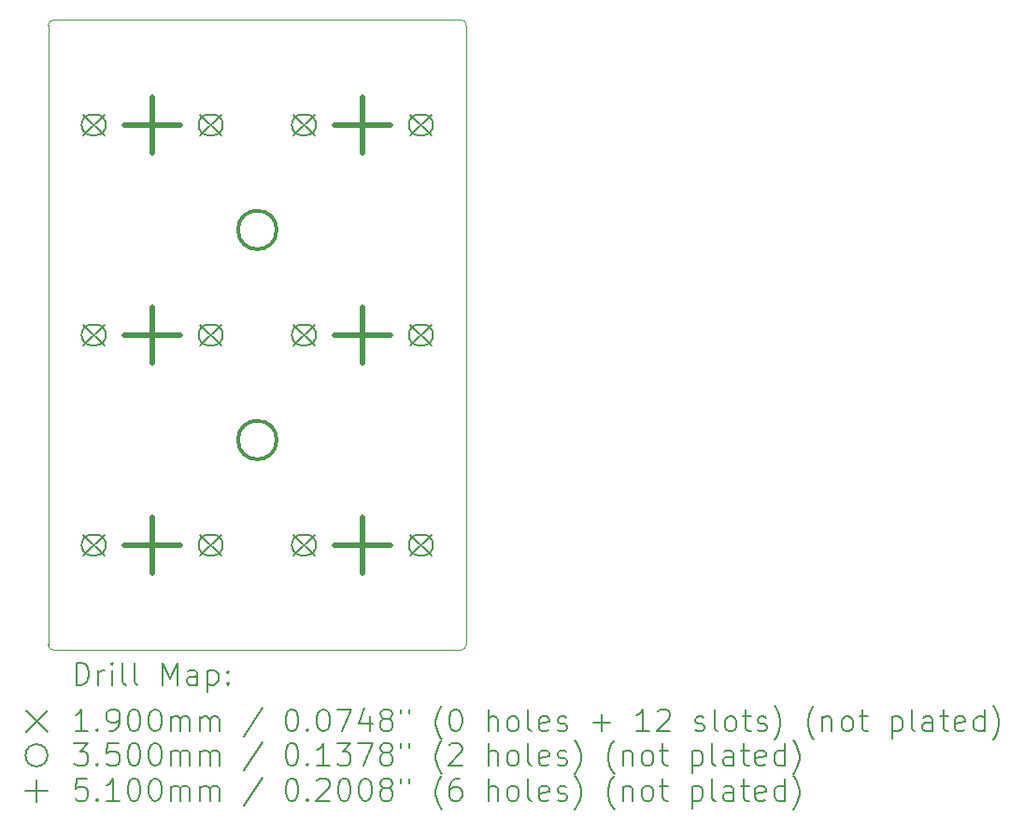
<source format=gbr>
%TF.GenerationSoftware,KiCad,Pcbnew,7.0.5*%
%TF.CreationDate,2023-08-16T13:58:05+08:00*%
%TF.ProjectId,LA,4c412e6b-6963-4616-945f-706362585858,rev?*%
%TF.SameCoordinates,Original*%
%TF.FileFunction,Drillmap*%
%TF.FilePolarity,Positive*%
%FSLAX45Y45*%
G04 Gerber Fmt 4.5, Leading zero omitted, Abs format (unit mm)*
G04 Created by KiCad (PCBNEW 7.0.5) date 2023-08-16 13:58:05*
%MOMM*%
%LPD*%
G01*
G04 APERTURE LIST*
%ADD10C,0.100000*%
%ADD11C,0.200000*%
%ADD12C,0.190000*%
%ADD13C,0.350000*%
%ADD14C,0.510000*%
G04 APERTURE END LIST*
D10*
X15103500Y-10205502D02*
G75*
G03*
X15153495Y-10155003I-510J50502D01*
G01*
X15153500Y-10155500D02*
X15153500Y-4540500D01*
X15103500Y-4490500D02*
X11413500Y-4490500D01*
X15153502Y-4540500D02*
G75*
G03*
X15103002Y-4490505I-50502J-510D01*
G01*
X15103500Y-10205500D02*
X11413500Y-10205500D01*
X11363002Y-10155505D02*
G75*
G03*
X11413500Y-10205500I50498J505D01*
G01*
X11413495Y-4490003D02*
G75*
G03*
X11363500Y-4540500I505J-50498D01*
G01*
X11363500Y-4540500D02*
X11363500Y-10155500D01*
D11*
D12*
X11681000Y-5348000D02*
X11871000Y-5538000D01*
X11871000Y-5348000D02*
X11681000Y-5538000D01*
D11*
X11761000Y-5538000D02*
X11791000Y-5538000D01*
X11791000Y-5538000D02*
G75*
G03*
X11791000Y-5348000I0J95000D01*
G01*
X11791000Y-5348000D02*
X11761000Y-5348000D01*
X11761000Y-5348000D02*
G75*
G03*
X11761000Y-5538000I0J-95000D01*
G01*
D12*
X11681000Y-7253000D02*
X11871000Y-7443000D01*
X11871000Y-7253000D02*
X11681000Y-7443000D01*
D11*
X11761000Y-7443000D02*
X11791000Y-7443000D01*
X11791000Y-7443000D02*
G75*
G03*
X11791000Y-7253000I0J95000D01*
G01*
X11791000Y-7253000D02*
X11761000Y-7253000D01*
X11761000Y-7253000D02*
G75*
G03*
X11761000Y-7443000I0J-95000D01*
G01*
D12*
X11681000Y-9158000D02*
X11871000Y-9348000D01*
X11871000Y-9158000D02*
X11681000Y-9348000D01*
D11*
X11761000Y-9348000D02*
X11791000Y-9348000D01*
X11791000Y-9348000D02*
G75*
G03*
X11791000Y-9158000I0J95000D01*
G01*
X11791000Y-9158000D02*
X11761000Y-9158000D01*
X11761000Y-9158000D02*
G75*
G03*
X11761000Y-9348000I0J-95000D01*
G01*
D12*
X12741000Y-5348000D02*
X12931000Y-5538000D01*
X12931000Y-5348000D02*
X12741000Y-5538000D01*
D11*
X12821000Y-5538000D02*
X12851000Y-5538000D01*
X12851000Y-5538000D02*
G75*
G03*
X12851000Y-5348000I0J95000D01*
G01*
X12851000Y-5348000D02*
X12821000Y-5348000D01*
X12821000Y-5348000D02*
G75*
G03*
X12821000Y-5538000I0J-95000D01*
G01*
D12*
X12741000Y-7253000D02*
X12931000Y-7443000D01*
X12931000Y-7253000D02*
X12741000Y-7443000D01*
D11*
X12821000Y-7443000D02*
X12851000Y-7443000D01*
X12851000Y-7443000D02*
G75*
G03*
X12851000Y-7253000I0J95000D01*
G01*
X12851000Y-7253000D02*
X12821000Y-7253000D01*
X12821000Y-7253000D02*
G75*
G03*
X12821000Y-7443000I0J-95000D01*
G01*
D12*
X12741000Y-9158000D02*
X12931000Y-9348000D01*
X12931000Y-9158000D02*
X12741000Y-9348000D01*
D11*
X12821000Y-9348000D02*
X12851000Y-9348000D01*
X12851000Y-9348000D02*
G75*
G03*
X12851000Y-9158000I0J95000D01*
G01*
X12851000Y-9158000D02*
X12821000Y-9158000D01*
X12821000Y-9158000D02*
G75*
G03*
X12821000Y-9348000I0J-95000D01*
G01*
D12*
X13586000Y-5348000D02*
X13776000Y-5538000D01*
X13776000Y-5348000D02*
X13586000Y-5538000D01*
D11*
X13666000Y-5538000D02*
X13696000Y-5538000D01*
X13696000Y-5538000D02*
G75*
G03*
X13696000Y-5348000I0J95000D01*
G01*
X13696000Y-5348000D02*
X13666000Y-5348000D01*
X13666000Y-5348000D02*
G75*
G03*
X13666000Y-5538000I0J-95000D01*
G01*
D12*
X13586000Y-7253000D02*
X13776000Y-7443000D01*
X13776000Y-7253000D02*
X13586000Y-7443000D01*
D11*
X13666000Y-7443000D02*
X13696000Y-7443000D01*
X13696000Y-7443000D02*
G75*
G03*
X13696000Y-7253000I0J95000D01*
G01*
X13696000Y-7253000D02*
X13666000Y-7253000D01*
X13666000Y-7253000D02*
G75*
G03*
X13666000Y-7443000I0J-95000D01*
G01*
D12*
X13586000Y-9158000D02*
X13776000Y-9348000D01*
X13776000Y-9158000D02*
X13586000Y-9348000D01*
D11*
X13666000Y-9348000D02*
X13696000Y-9348000D01*
X13696000Y-9348000D02*
G75*
G03*
X13696000Y-9158000I0J95000D01*
G01*
X13696000Y-9158000D02*
X13666000Y-9158000D01*
X13666000Y-9158000D02*
G75*
G03*
X13666000Y-9348000I0J-95000D01*
G01*
D12*
X14646000Y-5348000D02*
X14836000Y-5538000D01*
X14836000Y-5348000D02*
X14646000Y-5538000D01*
D11*
X14726000Y-5538000D02*
X14756000Y-5538000D01*
X14756000Y-5538000D02*
G75*
G03*
X14756000Y-5348000I0J95000D01*
G01*
X14756000Y-5348000D02*
X14726000Y-5348000D01*
X14726000Y-5348000D02*
G75*
G03*
X14726000Y-5538000I0J-95000D01*
G01*
D12*
X14646000Y-7253000D02*
X14836000Y-7443000D01*
X14836000Y-7253000D02*
X14646000Y-7443000D01*
D11*
X14726000Y-7443000D02*
X14756000Y-7443000D01*
X14756000Y-7443000D02*
G75*
G03*
X14756000Y-7253000I0J95000D01*
G01*
X14756000Y-7253000D02*
X14726000Y-7253000D01*
X14726000Y-7253000D02*
G75*
G03*
X14726000Y-7443000I0J-95000D01*
G01*
D12*
X14646000Y-9158000D02*
X14836000Y-9348000D01*
X14836000Y-9158000D02*
X14646000Y-9348000D01*
D11*
X14726000Y-9348000D02*
X14756000Y-9348000D01*
X14756000Y-9348000D02*
G75*
G03*
X14756000Y-9158000I0J95000D01*
G01*
X14756000Y-9158000D02*
X14726000Y-9158000D01*
X14726000Y-9158000D02*
G75*
G03*
X14726000Y-9348000I0J-95000D01*
G01*
D13*
X13433500Y-6395500D02*
G75*
G03*
X13433500Y-6395500I-175000J0D01*
G01*
X13433500Y-8300500D02*
G75*
G03*
X13433500Y-8300500I-175000J0D01*
G01*
D14*
X12306000Y-5188000D02*
X12306000Y-5698000D01*
X12051000Y-5443000D02*
X12561000Y-5443000D01*
X12306000Y-7093000D02*
X12306000Y-7603000D01*
X12051000Y-7348000D02*
X12561000Y-7348000D01*
X12306000Y-8998000D02*
X12306000Y-9508000D01*
X12051000Y-9253000D02*
X12561000Y-9253000D01*
X14211000Y-5188000D02*
X14211000Y-5698000D01*
X13956000Y-5443000D02*
X14466000Y-5443000D01*
X14211000Y-7093000D02*
X14211000Y-7603000D01*
X13956000Y-7348000D02*
X14466000Y-7348000D01*
X14211000Y-8998000D02*
X14211000Y-9508000D01*
X13956000Y-9253000D02*
X14466000Y-9253000D01*
D11*
X11618779Y-10521984D02*
X11618779Y-10321984D01*
X11618779Y-10321984D02*
X11666398Y-10321984D01*
X11666398Y-10321984D02*
X11694970Y-10331508D01*
X11694970Y-10331508D02*
X11714017Y-10350555D01*
X11714017Y-10350555D02*
X11723541Y-10369603D01*
X11723541Y-10369603D02*
X11733065Y-10407698D01*
X11733065Y-10407698D02*
X11733065Y-10436270D01*
X11733065Y-10436270D02*
X11723541Y-10474365D01*
X11723541Y-10474365D02*
X11714017Y-10493412D01*
X11714017Y-10493412D02*
X11694970Y-10512460D01*
X11694970Y-10512460D02*
X11666398Y-10521984D01*
X11666398Y-10521984D02*
X11618779Y-10521984D01*
X11818779Y-10521984D02*
X11818779Y-10388650D01*
X11818779Y-10426746D02*
X11828303Y-10407698D01*
X11828303Y-10407698D02*
X11837827Y-10398174D01*
X11837827Y-10398174D02*
X11856874Y-10388650D01*
X11856874Y-10388650D02*
X11875922Y-10388650D01*
X11942589Y-10521984D02*
X11942589Y-10388650D01*
X11942589Y-10321984D02*
X11933065Y-10331508D01*
X11933065Y-10331508D02*
X11942589Y-10341031D01*
X11942589Y-10341031D02*
X11952113Y-10331508D01*
X11952113Y-10331508D02*
X11942589Y-10321984D01*
X11942589Y-10321984D02*
X11942589Y-10341031D01*
X12066398Y-10521984D02*
X12047351Y-10512460D01*
X12047351Y-10512460D02*
X12037827Y-10493412D01*
X12037827Y-10493412D02*
X12037827Y-10321984D01*
X12171160Y-10521984D02*
X12152113Y-10512460D01*
X12152113Y-10512460D02*
X12142589Y-10493412D01*
X12142589Y-10493412D02*
X12142589Y-10321984D01*
X12399732Y-10521984D02*
X12399732Y-10321984D01*
X12399732Y-10321984D02*
X12466398Y-10464841D01*
X12466398Y-10464841D02*
X12533065Y-10321984D01*
X12533065Y-10321984D02*
X12533065Y-10521984D01*
X12714017Y-10521984D02*
X12714017Y-10417222D01*
X12714017Y-10417222D02*
X12704494Y-10398174D01*
X12704494Y-10398174D02*
X12685446Y-10388650D01*
X12685446Y-10388650D02*
X12647351Y-10388650D01*
X12647351Y-10388650D02*
X12628303Y-10398174D01*
X12714017Y-10512460D02*
X12694970Y-10521984D01*
X12694970Y-10521984D02*
X12647351Y-10521984D01*
X12647351Y-10521984D02*
X12628303Y-10512460D01*
X12628303Y-10512460D02*
X12618779Y-10493412D01*
X12618779Y-10493412D02*
X12618779Y-10474365D01*
X12618779Y-10474365D02*
X12628303Y-10455317D01*
X12628303Y-10455317D02*
X12647351Y-10445793D01*
X12647351Y-10445793D02*
X12694970Y-10445793D01*
X12694970Y-10445793D02*
X12714017Y-10436270D01*
X12809255Y-10388650D02*
X12809255Y-10588650D01*
X12809255Y-10398174D02*
X12828303Y-10388650D01*
X12828303Y-10388650D02*
X12866398Y-10388650D01*
X12866398Y-10388650D02*
X12885446Y-10398174D01*
X12885446Y-10398174D02*
X12894970Y-10407698D01*
X12894970Y-10407698D02*
X12904494Y-10426746D01*
X12904494Y-10426746D02*
X12904494Y-10483889D01*
X12904494Y-10483889D02*
X12894970Y-10502936D01*
X12894970Y-10502936D02*
X12885446Y-10512460D01*
X12885446Y-10512460D02*
X12866398Y-10521984D01*
X12866398Y-10521984D02*
X12828303Y-10521984D01*
X12828303Y-10521984D02*
X12809255Y-10512460D01*
X12990208Y-10502936D02*
X12999732Y-10512460D01*
X12999732Y-10512460D02*
X12990208Y-10521984D01*
X12990208Y-10521984D02*
X12980684Y-10512460D01*
X12980684Y-10512460D02*
X12990208Y-10502936D01*
X12990208Y-10502936D02*
X12990208Y-10521984D01*
X12990208Y-10398174D02*
X12999732Y-10407698D01*
X12999732Y-10407698D02*
X12990208Y-10417222D01*
X12990208Y-10417222D02*
X12980684Y-10407698D01*
X12980684Y-10407698D02*
X12990208Y-10398174D01*
X12990208Y-10398174D02*
X12990208Y-10417222D01*
D12*
X11168003Y-10755500D02*
X11358002Y-10945500D01*
X11358002Y-10755500D02*
X11168003Y-10945500D01*
D11*
X11723541Y-10941984D02*
X11609255Y-10941984D01*
X11666398Y-10941984D02*
X11666398Y-10741984D01*
X11666398Y-10741984D02*
X11647351Y-10770555D01*
X11647351Y-10770555D02*
X11628303Y-10789603D01*
X11628303Y-10789603D02*
X11609255Y-10799127D01*
X11809255Y-10922936D02*
X11818779Y-10932460D01*
X11818779Y-10932460D02*
X11809255Y-10941984D01*
X11809255Y-10941984D02*
X11799732Y-10932460D01*
X11799732Y-10932460D02*
X11809255Y-10922936D01*
X11809255Y-10922936D02*
X11809255Y-10941984D01*
X11914017Y-10941984D02*
X11952113Y-10941984D01*
X11952113Y-10941984D02*
X11971160Y-10932460D01*
X11971160Y-10932460D02*
X11980684Y-10922936D01*
X11980684Y-10922936D02*
X11999732Y-10894365D01*
X11999732Y-10894365D02*
X12009255Y-10856270D01*
X12009255Y-10856270D02*
X12009255Y-10780079D01*
X12009255Y-10780079D02*
X11999732Y-10761031D01*
X11999732Y-10761031D02*
X11990208Y-10751508D01*
X11990208Y-10751508D02*
X11971160Y-10741984D01*
X11971160Y-10741984D02*
X11933065Y-10741984D01*
X11933065Y-10741984D02*
X11914017Y-10751508D01*
X11914017Y-10751508D02*
X11904494Y-10761031D01*
X11904494Y-10761031D02*
X11894970Y-10780079D01*
X11894970Y-10780079D02*
X11894970Y-10827698D01*
X11894970Y-10827698D02*
X11904494Y-10846746D01*
X11904494Y-10846746D02*
X11914017Y-10856270D01*
X11914017Y-10856270D02*
X11933065Y-10865793D01*
X11933065Y-10865793D02*
X11971160Y-10865793D01*
X11971160Y-10865793D02*
X11990208Y-10856270D01*
X11990208Y-10856270D02*
X11999732Y-10846746D01*
X11999732Y-10846746D02*
X12009255Y-10827698D01*
X12133065Y-10741984D02*
X12152113Y-10741984D01*
X12152113Y-10741984D02*
X12171160Y-10751508D01*
X12171160Y-10751508D02*
X12180684Y-10761031D01*
X12180684Y-10761031D02*
X12190208Y-10780079D01*
X12190208Y-10780079D02*
X12199732Y-10818174D01*
X12199732Y-10818174D02*
X12199732Y-10865793D01*
X12199732Y-10865793D02*
X12190208Y-10903889D01*
X12190208Y-10903889D02*
X12180684Y-10922936D01*
X12180684Y-10922936D02*
X12171160Y-10932460D01*
X12171160Y-10932460D02*
X12152113Y-10941984D01*
X12152113Y-10941984D02*
X12133065Y-10941984D01*
X12133065Y-10941984D02*
X12114017Y-10932460D01*
X12114017Y-10932460D02*
X12104494Y-10922936D01*
X12104494Y-10922936D02*
X12094970Y-10903889D01*
X12094970Y-10903889D02*
X12085446Y-10865793D01*
X12085446Y-10865793D02*
X12085446Y-10818174D01*
X12085446Y-10818174D02*
X12094970Y-10780079D01*
X12094970Y-10780079D02*
X12104494Y-10761031D01*
X12104494Y-10761031D02*
X12114017Y-10751508D01*
X12114017Y-10751508D02*
X12133065Y-10741984D01*
X12323541Y-10741984D02*
X12342589Y-10741984D01*
X12342589Y-10741984D02*
X12361636Y-10751508D01*
X12361636Y-10751508D02*
X12371160Y-10761031D01*
X12371160Y-10761031D02*
X12380684Y-10780079D01*
X12380684Y-10780079D02*
X12390208Y-10818174D01*
X12390208Y-10818174D02*
X12390208Y-10865793D01*
X12390208Y-10865793D02*
X12380684Y-10903889D01*
X12380684Y-10903889D02*
X12371160Y-10922936D01*
X12371160Y-10922936D02*
X12361636Y-10932460D01*
X12361636Y-10932460D02*
X12342589Y-10941984D01*
X12342589Y-10941984D02*
X12323541Y-10941984D01*
X12323541Y-10941984D02*
X12304494Y-10932460D01*
X12304494Y-10932460D02*
X12294970Y-10922936D01*
X12294970Y-10922936D02*
X12285446Y-10903889D01*
X12285446Y-10903889D02*
X12275922Y-10865793D01*
X12275922Y-10865793D02*
X12275922Y-10818174D01*
X12275922Y-10818174D02*
X12285446Y-10780079D01*
X12285446Y-10780079D02*
X12294970Y-10761031D01*
X12294970Y-10761031D02*
X12304494Y-10751508D01*
X12304494Y-10751508D02*
X12323541Y-10741984D01*
X12475922Y-10941984D02*
X12475922Y-10808650D01*
X12475922Y-10827698D02*
X12485446Y-10818174D01*
X12485446Y-10818174D02*
X12504494Y-10808650D01*
X12504494Y-10808650D02*
X12533065Y-10808650D01*
X12533065Y-10808650D02*
X12552113Y-10818174D01*
X12552113Y-10818174D02*
X12561636Y-10837222D01*
X12561636Y-10837222D02*
X12561636Y-10941984D01*
X12561636Y-10837222D02*
X12571160Y-10818174D01*
X12571160Y-10818174D02*
X12590208Y-10808650D01*
X12590208Y-10808650D02*
X12618779Y-10808650D01*
X12618779Y-10808650D02*
X12637827Y-10818174D01*
X12637827Y-10818174D02*
X12647351Y-10837222D01*
X12647351Y-10837222D02*
X12647351Y-10941984D01*
X12742589Y-10941984D02*
X12742589Y-10808650D01*
X12742589Y-10827698D02*
X12752113Y-10818174D01*
X12752113Y-10818174D02*
X12771160Y-10808650D01*
X12771160Y-10808650D02*
X12799732Y-10808650D01*
X12799732Y-10808650D02*
X12818779Y-10818174D01*
X12818779Y-10818174D02*
X12828303Y-10837222D01*
X12828303Y-10837222D02*
X12828303Y-10941984D01*
X12828303Y-10837222D02*
X12837827Y-10818174D01*
X12837827Y-10818174D02*
X12856875Y-10808650D01*
X12856875Y-10808650D02*
X12885446Y-10808650D01*
X12885446Y-10808650D02*
X12904494Y-10818174D01*
X12904494Y-10818174D02*
X12914017Y-10837222D01*
X12914017Y-10837222D02*
X12914017Y-10941984D01*
X13304494Y-10732460D02*
X13133065Y-10989603D01*
X13561637Y-10741984D02*
X13580684Y-10741984D01*
X13580684Y-10741984D02*
X13599732Y-10751508D01*
X13599732Y-10751508D02*
X13609256Y-10761031D01*
X13609256Y-10761031D02*
X13618779Y-10780079D01*
X13618779Y-10780079D02*
X13628303Y-10818174D01*
X13628303Y-10818174D02*
X13628303Y-10865793D01*
X13628303Y-10865793D02*
X13618779Y-10903889D01*
X13618779Y-10903889D02*
X13609256Y-10922936D01*
X13609256Y-10922936D02*
X13599732Y-10932460D01*
X13599732Y-10932460D02*
X13580684Y-10941984D01*
X13580684Y-10941984D02*
X13561637Y-10941984D01*
X13561637Y-10941984D02*
X13542589Y-10932460D01*
X13542589Y-10932460D02*
X13533065Y-10922936D01*
X13533065Y-10922936D02*
X13523541Y-10903889D01*
X13523541Y-10903889D02*
X13514018Y-10865793D01*
X13514018Y-10865793D02*
X13514018Y-10818174D01*
X13514018Y-10818174D02*
X13523541Y-10780079D01*
X13523541Y-10780079D02*
X13533065Y-10761031D01*
X13533065Y-10761031D02*
X13542589Y-10751508D01*
X13542589Y-10751508D02*
X13561637Y-10741984D01*
X13714018Y-10922936D02*
X13723541Y-10932460D01*
X13723541Y-10932460D02*
X13714018Y-10941984D01*
X13714018Y-10941984D02*
X13704494Y-10932460D01*
X13704494Y-10932460D02*
X13714018Y-10922936D01*
X13714018Y-10922936D02*
X13714018Y-10941984D01*
X13847351Y-10741984D02*
X13866399Y-10741984D01*
X13866399Y-10741984D02*
X13885446Y-10751508D01*
X13885446Y-10751508D02*
X13894970Y-10761031D01*
X13894970Y-10761031D02*
X13904494Y-10780079D01*
X13904494Y-10780079D02*
X13914018Y-10818174D01*
X13914018Y-10818174D02*
X13914018Y-10865793D01*
X13914018Y-10865793D02*
X13904494Y-10903889D01*
X13904494Y-10903889D02*
X13894970Y-10922936D01*
X13894970Y-10922936D02*
X13885446Y-10932460D01*
X13885446Y-10932460D02*
X13866399Y-10941984D01*
X13866399Y-10941984D02*
X13847351Y-10941984D01*
X13847351Y-10941984D02*
X13828303Y-10932460D01*
X13828303Y-10932460D02*
X13818779Y-10922936D01*
X13818779Y-10922936D02*
X13809256Y-10903889D01*
X13809256Y-10903889D02*
X13799732Y-10865793D01*
X13799732Y-10865793D02*
X13799732Y-10818174D01*
X13799732Y-10818174D02*
X13809256Y-10780079D01*
X13809256Y-10780079D02*
X13818779Y-10761031D01*
X13818779Y-10761031D02*
X13828303Y-10751508D01*
X13828303Y-10751508D02*
X13847351Y-10741984D01*
X13980684Y-10741984D02*
X14114018Y-10741984D01*
X14114018Y-10741984D02*
X14028303Y-10941984D01*
X14275922Y-10808650D02*
X14275922Y-10941984D01*
X14228303Y-10732460D02*
X14180684Y-10875317D01*
X14180684Y-10875317D02*
X14304494Y-10875317D01*
X14409256Y-10827698D02*
X14390208Y-10818174D01*
X14390208Y-10818174D02*
X14380684Y-10808650D01*
X14380684Y-10808650D02*
X14371160Y-10789603D01*
X14371160Y-10789603D02*
X14371160Y-10780079D01*
X14371160Y-10780079D02*
X14380684Y-10761031D01*
X14380684Y-10761031D02*
X14390208Y-10751508D01*
X14390208Y-10751508D02*
X14409256Y-10741984D01*
X14409256Y-10741984D02*
X14447351Y-10741984D01*
X14447351Y-10741984D02*
X14466399Y-10751508D01*
X14466399Y-10751508D02*
X14475922Y-10761031D01*
X14475922Y-10761031D02*
X14485446Y-10780079D01*
X14485446Y-10780079D02*
X14485446Y-10789603D01*
X14485446Y-10789603D02*
X14475922Y-10808650D01*
X14475922Y-10808650D02*
X14466399Y-10818174D01*
X14466399Y-10818174D02*
X14447351Y-10827698D01*
X14447351Y-10827698D02*
X14409256Y-10827698D01*
X14409256Y-10827698D02*
X14390208Y-10837222D01*
X14390208Y-10837222D02*
X14380684Y-10846746D01*
X14380684Y-10846746D02*
X14371160Y-10865793D01*
X14371160Y-10865793D02*
X14371160Y-10903889D01*
X14371160Y-10903889D02*
X14380684Y-10922936D01*
X14380684Y-10922936D02*
X14390208Y-10932460D01*
X14390208Y-10932460D02*
X14409256Y-10941984D01*
X14409256Y-10941984D02*
X14447351Y-10941984D01*
X14447351Y-10941984D02*
X14466399Y-10932460D01*
X14466399Y-10932460D02*
X14475922Y-10922936D01*
X14475922Y-10922936D02*
X14485446Y-10903889D01*
X14485446Y-10903889D02*
X14485446Y-10865793D01*
X14485446Y-10865793D02*
X14475922Y-10846746D01*
X14475922Y-10846746D02*
X14466399Y-10837222D01*
X14466399Y-10837222D02*
X14447351Y-10827698D01*
X14561637Y-10741984D02*
X14561637Y-10780079D01*
X14637827Y-10741984D02*
X14637827Y-10780079D01*
X14933065Y-11018174D02*
X14923541Y-11008650D01*
X14923541Y-11008650D02*
X14904494Y-10980079D01*
X14904494Y-10980079D02*
X14894970Y-10961031D01*
X14894970Y-10961031D02*
X14885446Y-10932460D01*
X14885446Y-10932460D02*
X14875922Y-10884841D01*
X14875922Y-10884841D02*
X14875922Y-10846746D01*
X14875922Y-10846746D02*
X14885446Y-10799127D01*
X14885446Y-10799127D02*
X14894970Y-10770555D01*
X14894970Y-10770555D02*
X14904494Y-10751508D01*
X14904494Y-10751508D02*
X14923541Y-10722936D01*
X14923541Y-10722936D02*
X14933065Y-10713412D01*
X15047351Y-10741984D02*
X15066399Y-10741984D01*
X15066399Y-10741984D02*
X15085446Y-10751508D01*
X15085446Y-10751508D02*
X15094970Y-10761031D01*
X15094970Y-10761031D02*
X15104494Y-10780079D01*
X15104494Y-10780079D02*
X15114018Y-10818174D01*
X15114018Y-10818174D02*
X15114018Y-10865793D01*
X15114018Y-10865793D02*
X15104494Y-10903889D01*
X15104494Y-10903889D02*
X15094970Y-10922936D01*
X15094970Y-10922936D02*
X15085446Y-10932460D01*
X15085446Y-10932460D02*
X15066399Y-10941984D01*
X15066399Y-10941984D02*
X15047351Y-10941984D01*
X15047351Y-10941984D02*
X15028303Y-10932460D01*
X15028303Y-10932460D02*
X15018780Y-10922936D01*
X15018780Y-10922936D02*
X15009256Y-10903889D01*
X15009256Y-10903889D02*
X14999732Y-10865793D01*
X14999732Y-10865793D02*
X14999732Y-10818174D01*
X14999732Y-10818174D02*
X15009256Y-10780079D01*
X15009256Y-10780079D02*
X15018780Y-10761031D01*
X15018780Y-10761031D02*
X15028303Y-10751508D01*
X15028303Y-10751508D02*
X15047351Y-10741984D01*
X15352113Y-10941984D02*
X15352113Y-10741984D01*
X15437827Y-10941984D02*
X15437827Y-10837222D01*
X15437827Y-10837222D02*
X15428303Y-10818174D01*
X15428303Y-10818174D02*
X15409256Y-10808650D01*
X15409256Y-10808650D02*
X15380684Y-10808650D01*
X15380684Y-10808650D02*
X15361637Y-10818174D01*
X15361637Y-10818174D02*
X15352113Y-10827698D01*
X15561637Y-10941984D02*
X15542589Y-10932460D01*
X15542589Y-10932460D02*
X15533065Y-10922936D01*
X15533065Y-10922936D02*
X15523542Y-10903889D01*
X15523542Y-10903889D02*
X15523542Y-10846746D01*
X15523542Y-10846746D02*
X15533065Y-10827698D01*
X15533065Y-10827698D02*
X15542589Y-10818174D01*
X15542589Y-10818174D02*
X15561637Y-10808650D01*
X15561637Y-10808650D02*
X15590208Y-10808650D01*
X15590208Y-10808650D02*
X15609256Y-10818174D01*
X15609256Y-10818174D02*
X15618780Y-10827698D01*
X15618780Y-10827698D02*
X15628303Y-10846746D01*
X15628303Y-10846746D02*
X15628303Y-10903889D01*
X15628303Y-10903889D02*
X15618780Y-10922936D01*
X15618780Y-10922936D02*
X15609256Y-10932460D01*
X15609256Y-10932460D02*
X15590208Y-10941984D01*
X15590208Y-10941984D02*
X15561637Y-10941984D01*
X15742589Y-10941984D02*
X15723542Y-10932460D01*
X15723542Y-10932460D02*
X15714018Y-10913412D01*
X15714018Y-10913412D02*
X15714018Y-10741984D01*
X15894970Y-10932460D02*
X15875923Y-10941984D01*
X15875923Y-10941984D02*
X15837827Y-10941984D01*
X15837827Y-10941984D02*
X15818780Y-10932460D01*
X15818780Y-10932460D02*
X15809256Y-10913412D01*
X15809256Y-10913412D02*
X15809256Y-10837222D01*
X15809256Y-10837222D02*
X15818780Y-10818174D01*
X15818780Y-10818174D02*
X15837827Y-10808650D01*
X15837827Y-10808650D02*
X15875923Y-10808650D01*
X15875923Y-10808650D02*
X15894970Y-10818174D01*
X15894970Y-10818174D02*
X15904494Y-10837222D01*
X15904494Y-10837222D02*
X15904494Y-10856270D01*
X15904494Y-10856270D02*
X15809256Y-10875317D01*
X15980684Y-10932460D02*
X15999732Y-10941984D01*
X15999732Y-10941984D02*
X16037827Y-10941984D01*
X16037827Y-10941984D02*
X16056875Y-10932460D01*
X16056875Y-10932460D02*
X16066399Y-10913412D01*
X16066399Y-10913412D02*
X16066399Y-10903889D01*
X16066399Y-10903889D02*
X16056875Y-10884841D01*
X16056875Y-10884841D02*
X16037827Y-10875317D01*
X16037827Y-10875317D02*
X16009256Y-10875317D01*
X16009256Y-10875317D02*
X15990208Y-10865793D01*
X15990208Y-10865793D02*
X15980684Y-10846746D01*
X15980684Y-10846746D02*
X15980684Y-10837222D01*
X15980684Y-10837222D02*
X15990208Y-10818174D01*
X15990208Y-10818174D02*
X16009256Y-10808650D01*
X16009256Y-10808650D02*
X16037827Y-10808650D01*
X16037827Y-10808650D02*
X16056875Y-10818174D01*
X16304494Y-10865793D02*
X16456875Y-10865793D01*
X16380685Y-10941984D02*
X16380685Y-10789603D01*
X16809256Y-10941984D02*
X16694970Y-10941984D01*
X16752113Y-10941984D02*
X16752113Y-10741984D01*
X16752113Y-10741984D02*
X16733065Y-10770555D01*
X16733065Y-10770555D02*
X16714018Y-10789603D01*
X16714018Y-10789603D02*
X16694970Y-10799127D01*
X16885447Y-10761031D02*
X16894970Y-10751508D01*
X16894970Y-10751508D02*
X16914018Y-10741984D01*
X16914018Y-10741984D02*
X16961637Y-10741984D01*
X16961637Y-10741984D02*
X16980685Y-10751508D01*
X16980685Y-10751508D02*
X16990208Y-10761031D01*
X16990208Y-10761031D02*
X16999732Y-10780079D01*
X16999732Y-10780079D02*
X16999732Y-10799127D01*
X16999732Y-10799127D02*
X16990208Y-10827698D01*
X16990208Y-10827698D02*
X16875923Y-10941984D01*
X16875923Y-10941984D02*
X16999732Y-10941984D01*
X17228304Y-10932460D02*
X17247351Y-10941984D01*
X17247351Y-10941984D02*
X17285447Y-10941984D01*
X17285447Y-10941984D02*
X17304494Y-10932460D01*
X17304494Y-10932460D02*
X17314018Y-10913412D01*
X17314018Y-10913412D02*
X17314018Y-10903889D01*
X17314018Y-10903889D02*
X17304494Y-10884841D01*
X17304494Y-10884841D02*
X17285447Y-10875317D01*
X17285447Y-10875317D02*
X17256875Y-10875317D01*
X17256875Y-10875317D02*
X17237828Y-10865793D01*
X17237828Y-10865793D02*
X17228304Y-10846746D01*
X17228304Y-10846746D02*
X17228304Y-10837222D01*
X17228304Y-10837222D02*
X17237828Y-10818174D01*
X17237828Y-10818174D02*
X17256875Y-10808650D01*
X17256875Y-10808650D02*
X17285447Y-10808650D01*
X17285447Y-10808650D02*
X17304494Y-10818174D01*
X17428304Y-10941984D02*
X17409256Y-10932460D01*
X17409256Y-10932460D02*
X17399732Y-10913412D01*
X17399732Y-10913412D02*
X17399732Y-10741984D01*
X17533066Y-10941984D02*
X17514018Y-10932460D01*
X17514018Y-10932460D02*
X17504494Y-10922936D01*
X17504494Y-10922936D02*
X17494970Y-10903889D01*
X17494970Y-10903889D02*
X17494970Y-10846746D01*
X17494970Y-10846746D02*
X17504494Y-10827698D01*
X17504494Y-10827698D02*
X17514018Y-10818174D01*
X17514018Y-10818174D02*
X17533066Y-10808650D01*
X17533066Y-10808650D02*
X17561637Y-10808650D01*
X17561637Y-10808650D02*
X17580685Y-10818174D01*
X17580685Y-10818174D02*
X17590209Y-10827698D01*
X17590209Y-10827698D02*
X17599732Y-10846746D01*
X17599732Y-10846746D02*
X17599732Y-10903889D01*
X17599732Y-10903889D02*
X17590209Y-10922936D01*
X17590209Y-10922936D02*
X17580685Y-10932460D01*
X17580685Y-10932460D02*
X17561637Y-10941984D01*
X17561637Y-10941984D02*
X17533066Y-10941984D01*
X17656875Y-10808650D02*
X17733066Y-10808650D01*
X17685447Y-10741984D02*
X17685447Y-10913412D01*
X17685447Y-10913412D02*
X17694970Y-10932460D01*
X17694970Y-10932460D02*
X17714018Y-10941984D01*
X17714018Y-10941984D02*
X17733066Y-10941984D01*
X17790209Y-10932460D02*
X17809256Y-10941984D01*
X17809256Y-10941984D02*
X17847351Y-10941984D01*
X17847351Y-10941984D02*
X17866399Y-10932460D01*
X17866399Y-10932460D02*
X17875923Y-10913412D01*
X17875923Y-10913412D02*
X17875923Y-10903889D01*
X17875923Y-10903889D02*
X17866399Y-10884841D01*
X17866399Y-10884841D02*
X17847351Y-10875317D01*
X17847351Y-10875317D02*
X17818780Y-10875317D01*
X17818780Y-10875317D02*
X17799732Y-10865793D01*
X17799732Y-10865793D02*
X17790209Y-10846746D01*
X17790209Y-10846746D02*
X17790209Y-10837222D01*
X17790209Y-10837222D02*
X17799732Y-10818174D01*
X17799732Y-10818174D02*
X17818780Y-10808650D01*
X17818780Y-10808650D02*
X17847351Y-10808650D01*
X17847351Y-10808650D02*
X17866399Y-10818174D01*
X17942590Y-11018174D02*
X17952113Y-11008650D01*
X17952113Y-11008650D02*
X17971161Y-10980079D01*
X17971161Y-10980079D02*
X17980685Y-10961031D01*
X17980685Y-10961031D02*
X17990209Y-10932460D01*
X17990209Y-10932460D02*
X17999732Y-10884841D01*
X17999732Y-10884841D02*
X17999732Y-10846746D01*
X17999732Y-10846746D02*
X17990209Y-10799127D01*
X17990209Y-10799127D02*
X17980685Y-10770555D01*
X17980685Y-10770555D02*
X17971161Y-10751508D01*
X17971161Y-10751508D02*
X17952113Y-10722936D01*
X17952113Y-10722936D02*
X17942590Y-10713412D01*
X18304494Y-11018174D02*
X18294970Y-11008650D01*
X18294970Y-11008650D02*
X18275923Y-10980079D01*
X18275923Y-10980079D02*
X18266399Y-10961031D01*
X18266399Y-10961031D02*
X18256875Y-10932460D01*
X18256875Y-10932460D02*
X18247351Y-10884841D01*
X18247351Y-10884841D02*
X18247351Y-10846746D01*
X18247351Y-10846746D02*
X18256875Y-10799127D01*
X18256875Y-10799127D02*
X18266399Y-10770555D01*
X18266399Y-10770555D02*
X18275923Y-10751508D01*
X18275923Y-10751508D02*
X18294970Y-10722936D01*
X18294970Y-10722936D02*
X18304494Y-10713412D01*
X18380685Y-10808650D02*
X18380685Y-10941984D01*
X18380685Y-10827698D02*
X18390209Y-10818174D01*
X18390209Y-10818174D02*
X18409256Y-10808650D01*
X18409256Y-10808650D02*
X18437828Y-10808650D01*
X18437828Y-10808650D02*
X18456875Y-10818174D01*
X18456875Y-10818174D02*
X18466399Y-10837222D01*
X18466399Y-10837222D02*
X18466399Y-10941984D01*
X18590209Y-10941984D02*
X18571161Y-10932460D01*
X18571161Y-10932460D02*
X18561637Y-10922936D01*
X18561637Y-10922936D02*
X18552113Y-10903889D01*
X18552113Y-10903889D02*
X18552113Y-10846746D01*
X18552113Y-10846746D02*
X18561637Y-10827698D01*
X18561637Y-10827698D02*
X18571161Y-10818174D01*
X18571161Y-10818174D02*
X18590209Y-10808650D01*
X18590209Y-10808650D02*
X18618780Y-10808650D01*
X18618780Y-10808650D02*
X18637828Y-10818174D01*
X18637828Y-10818174D02*
X18647351Y-10827698D01*
X18647351Y-10827698D02*
X18656875Y-10846746D01*
X18656875Y-10846746D02*
X18656875Y-10903889D01*
X18656875Y-10903889D02*
X18647351Y-10922936D01*
X18647351Y-10922936D02*
X18637828Y-10932460D01*
X18637828Y-10932460D02*
X18618780Y-10941984D01*
X18618780Y-10941984D02*
X18590209Y-10941984D01*
X18714018Y-10808650D02*
X18790209Y-10808650D01*
X18742590Y-10741984D02*
X18742590Y-10913412D01*
X18742590Y-10913412D02*
X18752113Y-10932460D01*
X18752113Y-10932460D02*
X18771161Y-10941984D01*
X18771161Y-10941984D02*
X18790209Y-10941984D01*
X19009256Y-10808650D02*
X19009256Y-11008650D01*
X19009256Y-10818174D02*
X19028304Y-10808650D01*
X19028304Y-10808650D02*
X19066399Y-10808650D01*
X19066399Y-10808650D02*
X19085447Y-10818174D01*
X19085447Y-10818174D02*
X19094971Y-10827698D01*
X19094971Y-10827698D02*
X19104494Y-10846746D01*
X19104494Y-10846746D02*
X19104494Y-10903889D01*
X19104494Y-10903889D02*
X19094971Y-10922936D01*
X19094971Y-10922936D02*
X19085447Y-10932460D01*
X19085447Y-10932460D02*
X19066399Y-10941984D01*
X19066399Y-10941984D02*
X19028304Y-10941984D01*
X19028304Y-10941984D02*
X19009256Y-10932460D01*
X19218780Y-10941984D02*
X19199732Y-10932460D01*
X19199732Y-10932460D02*
X19190209Y-10913412D01*
X19190209Y-10913412D02*
X19190209Y-10741984D01*
X19380685Y-10941984D02*
X19380685Y-10837222D01*
X19380685Y-10837222D02*
X19371161Y-10818174D01*
X19371161Y-10818174D02*
X19352113Y-10808650D01*
X19352113Y-10808650D02*
X19314018Y-10808650D01*
X19314018Y-10808650D02*
X19294971Y-10818174D01*
X19380685Y-10932460D02*
X19361637Y-10941984D01*
X19361637Y-10941984D02*
X19314018Y-10941984D01*
X19314018Y-10941984D02*
X19294971Y-10932460D01*
X19294971Y-10932460D02*
X19285447Y-10913412D01*
X19285447Y-10913412D02*
X19285447Y-10894365D01*
X19285447Y-10894365D02*
X19294971Y-10875317D01*
X19294971Y-10875317D02*
X19314018Y-10865793D01*
X19314018Y-10865793D02*
X19361637Y-10865793D01*
X19361637Y-10865793D02*
X19380685Y-10856270D01*
X19447352Y-10808650D02*
X19523542Y-10808650D01*
X19475923Y-10741984D02*
X19475923Y-10913412D01*
X19475923Y-10913412D02*
X19485447Y-10932460D01*
X19485447Y-10932460D02*
X19504494Y-10941984D01*
X19504494Y-10941984D02*
X19523542Y-10941984D01*
X19666399Y-10932460D02*
X19647352Y-10941984D01*
X19647352Y-10941984D02*
X19609256Y-10941984D01*
X19609256Y-10941984D02*
X19590209Y-10932460D01*
X19590209Y-10932460D02*
X19580685Y-10913412D01*
X19580685Y-10913412D02*
X19580685Y-10837222D01*
X19580685Y-10837222D02*
X19590209Y-10818174D01*
X19590209Y-10818174D02*
X19609256Y-10808650D01*
X19609256Y-10808650D02*
X19647352Y-10808650D01*
X19647352Y-10808650D02*
X19666399Y-10818174D01*
X19666399Y-10818174D02*
X19675923Y-10837222D01*
X19675923Y-10837222D02*
X19675923Y-10856270D01*
X19675923Y-10856270D02*
X19580685Y-10875317D01*
X19847352Y-10941984D02*
X19847352Y-10741984D01*
X19847352Y-10932460D02*
X19828304Y-10941984D01*
X19828304Y-10941984D02*
X19790209Y-10941984D01*
X19790209Y-10941984D02*
X19771161Y-10932460D01*
X19771161Y-10932460D02*
X19761637Y-10922936D01*
X19761637Y-10922936D02*
X19752113Y-10903889D01*
X19752113Y-10903889D02*
X19752113Y-10846746D01*
X19752113Y-10846746D02*
X19761637Y-10827698D01*
X19761637Y-10827698D02*
X19771161Y-10818174D01*
X19771161Y-10818174D02*
X19790209Y-10808650D01*
X19790209Y-10808650D02*
X19828304Y-10808650D01*
X19828304Y-10808650D02*
X19847352Y-10818174D01*
X19923542Y-11018174D02*
X19933066Y-11008650D01*
X19933066Y-11008650D02*
X19952113Y-10980079D01*
X19952113Y-10980079D02*
X19961637Y-10961031D01*
X19961637Y-10961031D02*
X19971161Y-10932460D01*
X19971161Y-10932460D02*
X19980685Y-10884841D01*
X19980685Y-10884841D02*
X19980685Y-10846746D01*
X19980685Y-10846746D02*
X19971161Y-10799127D01*
X19971161Y-10799127D02*
X19961637Y-10770555D01*
X19961637Y-10770555D02*
X19952113Y-10751508D01*
X19952113Y-10751508D02*
X19933066Y-10722936D01*
X19933066Y-10722936D02*
X19923542Y-10713412D01*
X11358002Y-11160500D02*
G75*
G03*
X11358002Y-11160500I-100000J0D01*
G01*
X11599732Y-11051984D02*
X11723541Y-11051984D01*
X11723541Y-11051984D02*
X11656874Y-11128174D01*
X11656874Y-11128174D02*
X11685446Y-11128174D01*
X11685446Y-11128174D02*
X11704494Y-11137698D01*
X11704494Y-11137698D02*
X11714017Y-11147222D01*
X11714017Y-11147222D02*
X11723541Y-11166270D01*
X11723541Y-11166270D02*
X11723541Y-11213888D01*
X11723541Y-11213888D02*
X11714017Y-11232936D01*
X11714017Y-11232936D02*
X11704494Y-11242460D01*
X11704494Y-11242460D02*
X11685446Y-11251984D01*
X11685446Y-11251984D02*
X11628303Y-11251984D01*
X11628303Y-11251984D02*
X11609255Y-11242460D01*
X11609255Y-11242460D02*
X11599732Y-11232936D01*
X11809255Y-11232936D02*
X11818779Y-11242460D01*
X11818779Y-11242460D02*
X11809255Y-11251984D01*
X11809255Y-11251984D02*
X11799732Y-11242460D01*
X11799732Y-11242460D02*
X11809255Y-11232936D01*
X11809255Y-11232936D02*
X11809255Y-11251984D01*
X11999732Y-11051984D02*
X11904494Y-11051984D01*
X11904494Y-11051984D02*
X11894970Y-11147222D01*
X11894970Y-11147222D02*
X11904494Y-11137698D01*
X11904494Y-11137698D02*
X11923541Y-11128174D01*
X11923541Y-11128174D02*
X11971160Y-11128174D01*
X11971160Y-11128174D02*
X11990208Y-11137698D01*
X11990208Y-11137698D02*
X11999732Y-11147222D01*
X11999732Y-11147222D02*
X12009255Y-11166270D01*
X12009255Y-11166270D02*
X12009255Y-11213888D01*
X12009255Y-11213888D02*
X11999732Y-11232936D01*
X11999732Y-11232936D02*
X11990208Y-11242460D01*
X11990208Y-11242460D02*
X11971160Y-11251984D01*
X11971160Y-11251984D02*
X11923541Y-11251984D01*
X11923541Y-11251984D02*
X11904494Y-11242460D01*
X11904494Y-11242460D02*
X11894970Y-11232936D01*
X12133065Y-11051984D02*
X12152113Y-11051984D01*
X12152113Y-11051984D02*
X12171160Y-11061508D01*
X12171160Y-11061508D02*
X12180684Y-11071031D01*
X12180684Y-11071031D02*
X12190208Y-11090079D01*
X12190208Y-11090079D02*
X12199732Y-11128174D01*
X12199732Y-11128174D02*
X12199732Y-11175793D01*
X12199732Y-11175793D02*
X12190208Y-11213888D01*
X12190208Y-11213888D02*
X12180684Y-11232936D01*
X12180684Y-11232936D02*
X12171160Y-11242460D01*
X12171160Y-11242460D02*
X12152113Y-11251984D01*
X12152113Y-11251984D02*
X12133065Y-11251984D01*
X12133065Y-11251984D02*
X12114017Y-11242460D01*
X12114017Y-11242460D02*
X12104494Y-11232936D01*
X12104494Y-11232936D02*
X12094970Y-11213888D01*
X12094970Y-11213888D02*
X12085446Y-11175793D01*
X12085446Y-11175793D02*
X12085446Y-11128174D01*
X12085446Y-11128174D02*
X12094970Y-11090079D01*
X12094970Y-11090079D02*
X12104494Y-11071031D01*
X12104494Y-11071031D02*
X12114017Y-11061508D01*
X12114017Y-11061508D02*
X12133065Y-11051984D01*
X12323541Y-11051984D02*
X12342589Y-11051984D01*
X12342589Y-11051984D02*
X12361636Y-11061508D01*
X12361636Y-11061508D02*
X12371160Y-11071031D01*
X12371160Y-11071031D02*
X12380684Y-11090079D01*
X12380684Y-11090079D02*
X12390208Y-11128174D01*
X12390208Y-11128174D02*
X12390208Y-11175793D01*
X12390208Y-11175793D02*
X12380684Y-11213888D01*
X12380684Y-11213888D02*
X12371160Y-11232936D01*
X12371160Y-11232936D02*
X12361636Y-11242460D01*
X12361636Y-11242460D02*
X12342589Y-11251984D01*
X12342589Y-11251984D02*
X12323541Y-11251984D01*
X12323541Y-11251984D02*
X12304494Y-11242460D01*
X12304494Y-11242460D02*
X12294970Y-11232936D01*
X12294970Y-11232936D02*
X12285446Y-11213888D01*
X12285446Y-11213888D02*
X12275922Y-11175793D01*
X12275922Y-11175793D02*
X12275922Y-11128174D01*
X12275922Y-11128174D02*
X12285446Y-11090079D01*
X12285446Y-11090079D02*
X12294970Y-11071031D01*
X12294970Y-11071031D02*
X12304494Y-11061508D01*
X12304494Y-11061508D02*
X12323541Y-11051984D01*
X12475922Y-11251984D02*
X12475922Y-11118650D01*
X12475922Y-11137698D02*
X12485446Y-11128174D01*
X12485446Y-11128174D02*
X12504494Y-11118650D01*
X12504494Y-11118650D02*
X12533065Y-11118650D01*
X12533065Y-11118650D02*
X12552113Y-11128174D01*
X12552113Y-11128174D02*
X12561636Y-11147222D01*
X12561636Y-11147222D02*
X12561636Y-11251984D01*
X12561636Y-11147222D02*
X12571160Y-11128174D01*
X12571160Y-11128174D02*
X12590208Y-11118650D01*
X12590208Y-11118650D02*
X12618779Y-11118650D01*
X12618779Y-11118650D02*
X12637827Y-11128174D01*
X12637827Y-11128174D02*
X12647351Y-11147222D01*
X12647351Y-11147222D02*
X12647351Y-11251984D01*
X12742589Y-11251984D02*
X12742589Y-11118650D01*
X12742589Y-11137698D02*
X12752113Y-11128174D01*
X12752113Y-11128174D02*
X12771160Y-11118650D01*
X12771160Y-11118650D02*
X12799732Y-11118650D01*
X12799732Y-11118650D02*
X12818779Y-11128174D01*
X12818779Y-11128174D02*
X12828303Y-11147222D01*
X12828303Y-11147222D02*
X12828303Y-11251984D01*
X12828303Y-11147222D02*
X12837827Y-11128174D01*
X12837827Y-11128174D02*
X12856875Y-11118650D01*
X12856875Y-11118650D02*
X12885446Y-11118650D01*
X12885446Y-11118650D02*
X12904494Y-11128174D01*
X12904494Y-11128174D02*
X12914017Y-11147222D01*
X12914017Y-11147222D02*
X12914017Y-11251984D01*
X13304494Y-11042460D02*
X13133065Y-11299603D01*
X13561637Y-11051984D02*
X13580684Y-11051984D01*
X13580684Y-11051984D02*
X13599732Y-11061508D01*
X13599732Y-11061508D02*
X13609256Y-11071031D01*
X13609256Y-11071031D02*
X13618779Y-11090079D01*
X13618779Y-11090079D02*
X13628303Y-11128174D01*
X13628303Y-11128174D02*
X13628303Y-11175793D01*
X13628303Y-11175793D02*
X13618779Y-11213888D01*
X13618779Y-11213888D02*
X13609256Y-11232936D01*
X13609256Y-11232936D02*
X13599732Y-11242460D01*
X13599732Y-11242460D02*
X13580684Y-11251984D01*
X13580684Y-11251984D02*
X13561637Y-11251984D01*
X13561637Y-11251984D02*
X13542589Y-11242460D01*
X13542589Y-11242460D02*
X13533065Y-11232936D01*
X13533065Y-11232936D02*
X13523541Y-11213888D01*
X13523541Y-11213888D02*
X13514018Y-11175793D01*
X13514018Y-11175793D02*
X13514018Y-11128174D01*
X13514018Y-11128174D02*
X13523541Y-11090079D01*
X13523541Y-11090079D02*
X13533065Y-11071031D01*
X13533065Y-11071031D02*
X13542589Y-11061508D01*
X13542589Y-11061508D02*
X13561637Y-11051984D01*
X13714018Y-11232936D02*
X13723541Y-11242460D01*
X13723541Y-11242460D02*
X13714018Y-11251984D01*
X13714018Y-11251984D02*
X13704494Y-11242460D01*
X13704494Y-11242460D02*
X13714018Y-11232936D01*
X13714018Y-11232936D02*
X13714018Y-11251984D01*
X13914018Y-11251984D02*
X13799732Y-11251984D01*
X13856875Y-11251984D02*
X13856875Y-11051984D01*
X13856875Y-11051984D02*
X13837827Y-11080555D01*
X13837827Y-11080555D02*
X13818779Y-11099603D01*
X13818779Y-11099603D02*
X13799732Y-11109127D01*
X13980684Y-11051984D02*
X14104494Y-11051984D01*
X14104494Y-11051984D02*
X14037827Y-11128174D01*
X14037827Y-11128174D02*
X14066399Y-11128174D01*
X14066399Y-11128174D02*
X14085446Y-11137698D01*
X14085446Y-11137698D02*
X14094970Y-11147222D01*
X14094970Y-11147222D02*
X14104494Y-11166270D01*
X14104494Y-11166270D02*
X14104494Y-11213888D01*
X14104494Y-11213888D02*
X14094970Y-11232936D01*
X14094970Y-11232936D02*
X14085446Y-11242460D01*
X14085446Y-11242460D02*
X14066399Y-11251984D01*
X14066399Y-11251984D02*
X14009256Y-11251984D01*
X14009256Y-11251984D02*
X13990208Y-11242460D01*
X13990208Y-11242460D02*
X13980684Y-11232936D01*
X14171160Y-11051984D02*
X14304494Y-11051984D01*
X14304494Y-11051984D02*
X14218779Y-11251984D01*
X14409256Y-11137698D02*
X14390208Y-11128174D01*
X14390208Y-11128174D02*
X14380684Y-11118650D01*
X14380684Y-11118650D02*
X14371160Y-11099603D01*
X14371160Y-11099603D02*
X14371160Y-11090079D01*
X14371160Y-11090079D02*
X14380684Y-11071031D01*
X14380684Y-11071031D02*
X14390208Y-11061508D01*
X14390208Y-11061508D02*
X14409256Y-11051984D01*
X14409256Y-11051984D02*
X14447351Y-11051984D01*
X14447351Y-11051984D02*
X14466399Y-11061508D01*
X14466399Y-11061508D02*
X14475922Y-11071031D01*
X14475922Y-11071031D02*
X14485446Y-11090079D01*
X14485446Y-11090079D02*
X14485446Y-11099603D01*
X14485446Y-11099603D02*
X14475922Y-11118650D01*
X14475922Y-11118650D02*
X14466399Y-11128174D01*
X14466399Y-11128174D02*
X14447351Y-11137698D01*
X14447351Y-11137698D02*
X14409256Y-11137698D01*
X14409256Y-11137698D02*
X14390208Y-11147222D01*
X14390208Y-11147222D02*
X14380684Y-11156746D01*
X14380684Y-11156746D02*
X14371160Y-11175793D01*
X14371160Y-11175793D02*
X14371160Y-11213888D01*
X14371160Y-11213888D02*
X14380684Y-11232936D01*
X14380684Y-11232936D02*
X14390208Y-11242460D01*
X14390208Y-11242460D02*
X14409256Y-11251984D01*
X14409256Y-11251984D02*
X14447351Y-11251984D01*
X14447351Y-11251984D02*
X14466399Y-11242460D01*
X14466399Y-11242460D02*
X14475922Y-11232936D01*
X14475922Y-11232936D02*
X14485446Y-11213888D01*
X14485446Y-11213888D02*
X14485446Y-11175793D01*
X14485446Y-11175793D02*
X14475922Y-11156746D01*
X14475922Y-11156746D02*
X14466399Y-11147222D01*
X14466399Y-11147222D02*
X14447351Y-11137698D01*
X14561637Y-11051984D02*
X14561637Y-11090079D01*
X14637827Y-11051984D02*
X14637827Y-11090079D01*
X14933065Y-11328174D02*
X14923541Y-11318650D01*
X14923541Y-11318650D02*
X14904494Y-11290079D01*
X14904494Y-11290079D02*
X14894970Y-11271031D01*
X14894970Y-11271031D02*
X14885446Y-11242460D01*
X14885446Y-11242460D02*
X14875922Y-11194841D01*
X14875922Y-11194841D02*
X14875922Y-11156746D01*
X14875922Y-11156746D02*
X14885446Y-11109127D01*
X14885446Y-11109127D02*
X14894970Y-11080555D01*
X14894970Y-11080555D02*
X14904494Y-11061508D01*
X14904494Y-11061508D02*
X14923541Y-11032936D01*
X14923541Y-11032936D02*
X14933065Y-11023412D01*
X14999732Y-11071031D02*
X15009256Y-11061508D01*
X15009256Y-11061508D02*
X15028303Y-11051984D01*
X15028303Y-11051984D02*
X15075922Y-11051984D01*
X15075922Y-11051984D02*
X15094970Y-11061508D01*
X15094970Y-11061508D02*
X15104494Y-11071031D01*
X15104494Y-11071031D02*
X15114018Y-11090079D01*
X15114018Y-11090079D02*
X15114018Y-11109127D01*
X15114018Y-11109127D02*
X15104494Y-11137698D01*
X15104494Y-11137698D02*
X14990208Y-11251984D01*
X14990208Y-11251984D02*
X15114018Y-11251984D01*
X15352113Y-11251984D02*
X15352113Y-11051984D01*
X15437827Y-11251984D02*
X15437827Y-11147222D01*
X15437827Y-11147222D02*
X15428303Y-11128174D01*
X15428303Y-11128174D02*
X15409256Y-11118650D01*
X15409256Y-11118650D02*
X15380684Y-11118650D01*
X15380684Y-11118650D02*
X15361637Y-11128174D01*
X15361637Y-11128174D02*
X15352113Y-11137698D01*
X15561637Y-11251984D02*
X15542589Y-11242460D01*
X15542589Y-11242460D02*
X15533065Y-11232936D01*
X15533065Y-11232936D02*
X15523542Y-11213888D01*
X15523542Y-11213888D02*
X15523542Y-11156746D01*
X15523542Y-11156746D02*
X15533065Y-11137698D01*
X15533065Y-11137698D02*
X15542589Y-11128174D01*
X15542589Y-11128174D02*
X15561637Y-11118650D01*
X15561637Y-11118650D02*
X15590208Y-11118650D01*
X15590208Y-11118650D02*
X15609256Y-11128174D01*
X15609256Y-11128174D02*
X15618780Y-11137698D01*
X15618780Y-11137698D02*
X15628303Y-11156746D01*
X15628303Y-11156746D02*
X15628303Y-11213888D01*
X15628303Y-11213888D02*
X15618780Y-11232936D01*
X15618780Y-11232936D02*
X15609256Y-11242460D01*
X15609256Y-11242460D02*
X15590208Y-11251984D01*
X15590208Y-11251984D02*
X15561637Y-11251984D01*
X15742589Y-11251984D02*
X15723542Y-11242460D01*
X15723542Y-11242460D02*
X15714018Y-11223412D01*
X15714018Y-11223412D02*
X15714018Y-11051984D01*
X15894970Y-11242460D02*
X15875923Y-11251984D01*
X15875923Y-11251984D02*
X15837827Y-11251984D01*
X15837827Y-11251984D02*
X15818780Y-11242460D01*
X15818780Y-11242460D02*
X15809256Y-11223412D01*
X15809256Y-11223412D02*
X15809256Y-11147222D01*
X15809256Y-11147222D02*
X15818780Y-11128174D01*
X15818780Y-11128174D02*
X15837827Y-11118650D01*
X15837827Y-11118650D02*
X15875923Y-11118650D01*
X15875923Y-11118650D02*
X15894970Y-11128174D01*
X15894970Y-11128174D02*
X15904494Y-11147222D01*
X15904494Y-11147222D02*
X15904494Y-11166270D01*
X15904494Y-11166270D02*
X15809256Y-11185317D01*
X15980684Y-11242460D02*
X15999732Y-11251984D01*
X15999732Y-11251984D02*
X16037827Y-11251984D01*
X16037827Y-11251984D02*
X16056875Y-11242460D01*
X16056875Y-11242460D02*
X16066399Y-11223412D01*
X16066399Y-11223412D02*
X16066399Y-11213888D01*
X16066399Y-11213888D02*
X16056875Y-11194841D01*
X16056875Y-11194841D02*
X16037827Y-11185317D01*
X16037827Y-11185317D02*
X16009256Y-11185317D01*
X16009256Y-11185317D02*
X15990208Y-11175793D01*
X15990208Y-11175793D02*
X15980684Y-11156746D01*
X15980684Y-11156746D02*
X15980684Y-11147222D01*
X15980684Y-11147222D02*
X15990208Y-11128174D01*
X15990208Y-11128174D02*
X16009256Y-11118650D01*
X16009256Y-11118650D02*
X16037827Y-11118650D01*
X16037827Y-11118650D02*
X16056875Y-11128174D01*
X16133065Y-11328174D02*
X16142589Y-11318650D01*
X16142589Y-11318650D02*
X16161637Y-11290079D01*
X16161637Y-11290079D02*
X16171161Y-11271031D01*
X16171161Y-11271031D02*
X16180684Y-11242460D01*
X16180684Y-11242460D02*
X16190208Y-11194841D01*
X16190208Y-11194841D02*
X16190208Y-11156746D01*
X16190208Y-11156746D02*
X16180684Y-11109127D01*
X16180684Y-11109127D02*
X16171161Y-11080555D01*
X16171161Y-11080555D02*
X16161637Y-11061508D01*
X16161637Y-11061508D02*
X16142589Y-11032936D01*
X16142589Y-11032936D02*
X16133065Y-11023412D01*
X16494970Y-11328174D02*
X16485446Y-11318650D01*
X16485446Y-11318650D02*
X16466399Y-11290079D01*
X16466399Y-11290079D02*
X16456875Y-11271031D01*
X16456875Y-11271031D02*
X16447351Y-11242460D01*
X16447351Y-11242460D02*
X16437827Y-11194841D01*
X16437827Y-11194841D02*
X16437827Y-11156746D01*
X16437827Y-11156746D02*
X16447351Y-11109127D01*
X16447351Y-11109127D02*
X16456875Y-11080555D01*
X16456875Y-11080555D02*
X16466399Y-11061508D01*
X16466399Y-11061508D02*
X16485446Y-11032936D01*
X16485446Y-11032936D02*
X16494970Y-11023412D01*
X16571161Y-11118650D02*
X16571161Y-11251984D01*
X16571161Y-11137698D02*
X16580684Y-11128174D01*
X16580684Y-11128174D02*
X16599732Y-11118650D01*
X16599732Y-11118650D02*
X16628304Y-11118650D01*
X16628304Y-11118650D02*
X16647351Y-11128174D01*
X16647351Y-11128174D02*
X16656875Y-11147222D01*
X16656875Y-11147222D02*
X16656875Y-11251984D01*
X16780685Y-11251984D02*
X16761637Y-11242460D01*
X16761637Y-11242460D02*
X16752113Y-11232936D01*
X16752113Y-11232936D02*
X16742589Y-11213888D01*
X16742589Y-11213888D02*
X16742589Y-11156746D01*
X16742589Y-11156746D02*
X16752113Y-11137698D01*
X16752113Y-11137698D02*
X16761637Y-11128174D01*
X16761637Y-11128174D02*
X16780685Y-11118650D01*
X16780685Y-11118650D02*
X16809256Y-11118650D01*
X16809256Y-11118650D02*
X16828304Y-11128174D01*
X16828304Y-11128174D02*
X16837827Y-11137698D01*
X16837827Y-11137698D02*
X16847351Y-11156746D01*
X16847351Y-11156746D02*
X16847351Y-11213888D01*
X16847351Y-11213888D02*
X16837827Y-11232936D01*
X16837827Y-11232936D02*
X16828304Y-11242460D01*
X16828304Y-11242460D02*
X16809256Y-11251984D01*
X16809256Y-11251984D02*
X16780685Y-11251984D01*
X16904494Y-11118650D02*
X16980685Y-11118650D01*
X16933066Y-11051984D02*
X16933066Y-11223412D01*
X16933066Y-11223412D02*
X16942589Y-11242460D01*
X16942589Y-11242460D02*
X16961637Y-11251984D01*
X16961637Y-11251984D02*
X16980685Y-11251984D01*
X17199732Y-11118650D02*
X17199732Y-11318650D01*
X17199732Y-11128174D02*
X17218780Y-11118650D01*
X17218780Y-11118650D02*
X17256875Y-11118650D01*
X17256875Y-11118650D02*
X17275923Y-11128174D01*
X17275923Y-11128174D02*
X17285447Y-11137698D01*
X17285447Y-11137698D02*
X17294970Y-11156746D01*
X17294970Y-11156746D02*
X17294970Y-11213888D01*
X17294970Y-11213888D02*
X17285447Y-11232936D01*
X17285447Y-11232936D02*
X17275923Y-11242460D01*
X17275923Y-11242460D02*
X17256875Y-11251984D01*
X17256875Y-11251984D02*
X17218780Y-11251984D01*
X17218780Y-11251984D02*
X17199732Y-11242460D01*
X17409256Y-11251984D02*
X17390208Y-11242460D01*
X17390208Y-11242460D02*
X17380685Y-11223412D01*
X17380685Y-11223412D02*
X17380685Y-11051984D01*
X17571161Y-11251984D02*
X17571161Y-11147222D01*
X17571161Y-11147222D02*
X17561637Y-11128174D01*
X17561637Y-11128174D02*
X17542589Y-11118650D01*
X17542589Y-11118650D02*
X17504494Y-11118650D01*
X17504494Y-11118650D02*
X17485447Y-11128174D01*
X17571161Y-11242460D02*
X17552113Y-11251984D01*
X17552113Y-11251984D02*
X17504494Y-11251984D01*
X17504494Y-11251984D02*
X17485447Y-11242460D01*
X17485447Y-11242460D02*
X17475923Y-11223412D01*
X17475923Y-11223412D02*
X17475923Y-11204365D01*
X17475923Y-11204365D02*
X17485447Y-11185317D01*
X17485447Y-11185317D02*
X17504494Y-11175793D01*
X17504494Y-11175793D02*
X17552113Y-11175793D01*
X17552113Y-11175793D02*
X17571161Y-11166270D01*
X17637828Y-11118650D02*
X17714018Y-11118650D01*
X17666399Y-11051984D02*
X17666399Y-11223412D01*
X17666399Y-11223412D02*
X17675923Y-11242460D01*
X17675923Y-11242460D02*
X17694970Y-11251984D01*
X17694970Y-11251984D02*
X17714018Y-11251984D01*
X17856875Y-11242460D02*
X17837828Y-11251984D01*
X17837828Y-11251984D02*
X17799732Y-11251984D01*
X17799732Y-11251984D02*
X17780685Y-11242460D01*
X17780685Y-11242460D02*
X17771161Y-11223412D01*
X17771161Y-11223412D02*
X17771161Y-11147222D01*
X17771161Y-11147222D02*
X17780685Y-11128174D01*
X17780685Y-11128174D02*
X17799732Y-11118650D01*
X17799732Y-11118650D02*
X17837828Y-11118650D01*
X17837828Y-11118650D02*
X17856875Y-11128174D01*
X17856875Y-11128174D02*
X17866399Y-11147222D01*
X17866399Y-11147222D02*
X17866399Y-11166270D01*
X17866399Y-11166270D02*
X17771161Y-11185317D01*
X18037828Y-11251984D02*
X18037828Y-11051984D01*
X18037828Y-11242460D02*
X18018780Y-11251984D01*
X18018780Y-11251984D02*
X17980685Y-11251984D01*
X17980685Y-11251984D02*
X17961637Y-11242460D01*
X17961637Y-11242460D02*
X17952113Y-11232936D01*
X17952113Y-11232936D02*
X17942589Y-11213888D01*
X17942589Y-11213888D02*
X17942589Y-11156746D01*
X17942589Y-11156746D02*
X17952113Y-11137698D01*
X17952113Y-11137698D02*
X17961637Y-11128174D01*
X17961637Y-11128174D02*
X17980685Y-11118650D01*
X17980685Y-11118650D02*
X18018780Y-11118650D01*
X18018780Y-11118650D02*
X18037828Y-11128174D01*
X18114018Y-11328174D02*
X18123542Y-11318650D01*
X18123542Y-11318650D02*
X18142589Y-11290079D01*
X18142589Y-11290079D02*
X18152113Y-11271031D01*
X18152113Y-11271031D02*
X18161637Y-11242460D01*
X18161637Y-11242460D02*
X18171161Y-11194841D01*
X18171161Y-11194841D02*
X18171161Y-11156746D01*
X18171161Y-11156746D02*
X18161637Y-11109127D01*
X18161637Y-11109127D02*
X18152113Y-11080555D01*
X18152113Y-11080555D02*
X18142589Y-11061508D01*
X18142589Y-11061508D02*
X18123542Y-11032936D01*
X18123542Y-11032936D02*
X18114018Y-11023412D01*
X11258002Y-11380500D02*
X11258002Y-11580500D01*
X11158003Y-11480500D02*
X11358002Y-11480500D01*
X11714017Y-11371984D02*
X11618779Y-11371984D01*
X11618779Y-11371984D02*
X11609255Y-11467222D01*
X11609255Y-11467222D02*
X11618779Y-11457698D01*
X11618779Y-11457698D02*
X11637827Y-11448174D01*
X11637827Y-11448174D02*
X11685446Y-11448174D01*
X11685446Y-11448174D02*
X11704494Y-11457698D01*
X11704494Y-11457698D02*
X11714017Y-11467222D01*
X11714017Y-11467222D02*
X11723541Y-11486269D01*
X11723541Y-11486269D02*
X11723541Y-11533888D01*
X11723541Y-11533888D02*
X11714017Y-11552936D01*
X11714017Y-11552936D02*
X11704494Y-11562460D01*
X11704494Y-11562460D02*
X11685446Y-11571984D01*
X11685446Y-11571984D02*
X11637827Y-11571984D01*
X11637827Y-11571984D02*
X11618779Y-11562460D01*
X11618779Y-11562460D02*
X11609255Y-11552936D01*
X11809255Y-11552936D02*
X11818779Y-11562460D01*
X11818779Y-11562460D02*
X11809255Y-11571984D01*
X11809255Y-11571984D02*
X11799732Y-11562460D01*
X11799732Y-11562460D02*
X11809255Y-11552936D01*
X11809255Y-11552936D02*
X11809255Y-11571984D01*
X12009255Y-11571984D02*
X11894970Y-11571984D01*
X11952113Y-11571984D02*
X11952113Y-11371984D01*
X11952113Y-11371984D02*
X11933065Y-11400555D01*
X11933065Y-11400555D02*
X11914017Y-11419603D01*
X11914017Y-11419603D02*
X11894970Y-11429127D01*
X12133065Y-11371984D02*
X12152113Y-11371984D01*
X12152113Y-11371984D02*
X12171160Y-11381508D01*
X12171160Y-11381508D02*
X12180684Y-11391031D01*
X12180684Y-11391031D02*
X12190208Y-11410079D01*
X12190208Y-11410079D02*
X12199732Y-11448174D01*
X12199732Y-11448174D02*
X12199732Y-11495793D01*
X12199732Y-11495793D02*
X12190208Y-11533888D01*
X12190208Y-11533888D02*
X12180684Y-11552936D01*
X12180684Y-11552936D02*
X12171160Y-11562460D01*
X12171160Y-11562460D02*
X12152113Y-11571984D01*
X12152113Y-11571984D02*
X12133065Y-11571984D01*
X12133065Y-11571984D02*
X12114017Y-11562460D01*
X12114017Y-11562460D02*
X12104494Y-11552936D01*
X12104494Y-11552936D02*
X12094970Y-11533888D01*
X12094970Y-11533888D02*
X12085446Y-11495793D01*
X12085446Y-11495793D02*
X12085446Y-11448174D01*
X12085446Y-11448174D02*
X12094970Y-11410079D01*
X12094970Y-11410079D02*
X12104494Y-11391031D01*
X12104494Y-11391031D02*
X12114017Y-11381508D01*
X12114017Y-11381508D02*
X12133065Y-11371984D01*
X12323541Y-11371984D02*
X12342589Y-11371984D01*
X12342589Y-11371984D02*
X12361636Y-11381508D01*
X12361636Y-11381508D02*
X12371160Y-11391031D01*
X12371160Y-11391031D02*
X12380684Y-11410079D01*
X12380684Y-11410079D02*
X12390208Y-11448174D01*
X12390208Y-11448174D02*
X12390208Y-11495793D01*
X12390208Y-11495793D02*
X12380684Y-11533888D01*
X12380684Y-11533888D02*
X12371160Y-11552936D01*
X12371160Y-11552936D02*
X12361636Y-11562460D01*
X12361636Y-11562460D02*
X12342589Y-11571984D01*
X12342589Y-11571984D02*
X12323541Y-11571984D01*
X12323541Y-11571984D02*
X12304494Y-11562460D01*
X12304494Y-11562460D02*
X12294970Y-11552936D01*
X12294970Y-11552936D02*
X12285446Y-11533888D01*
X12285446Y-11533888D02*
X12275922Y-11495793D01*
X12275922Y-11495793D02*
X12275922Y-11448174D01*
X12275922Y-11448174D02*
X12285446Y-11410079D01*
X12285446Y-11410079D02*
X12294970Y-11391031D01*
X12294970Y-11391031D02*
X12304494Y-11381508D01*
X12304494Y-11381508D02*
X12323541Y-11371984D01*
X12475922Y-11571984D02*
X12475922Y-11438650D01*
X12475922Y-11457698D02*
X12485446Y-11448174D01*
X12485446Y-11448174D02*
X12504494Y-11438650D01*
X12504494Y-11438650D02*
X12533065Y-11438650D01*
X12533065Y-11438650D02*
X12552113Y-11448174D01*
X12552113Y-11448174D02*
X12561636Y-11467222D01*
X12561636Y-11467222D02*
X12561636Y-11571984D01*
X12561636Y-11467222D02*
X12571160Y-11448174D01*
X12571160Y-11448174D02*
X12590208Y-11438650D01*
X12590208Y-11438650D02*
X12618779Y-11438650D01*
X12618779Y-11438650D02*
X12637827Y-11448174D01*
X12637827Y-11448174D02*
X12647351Y-11467222D01*
X12647351Y-11467222D02*
X12647351Y-11571984D01*
X12742589Y-11571984D02*
X12742589Y-11438650D01*
X12742589Y-11457698D02*
X12752113Y-11448174D01*
X12752113Y-11448174D02*
X12771160Y-11438650D01*
X12771160Y-11438650D02*
X12799732Y-11438650D01*
X12799732Y-11438650D02*
X12818779Y-11448174D01*
X12818779Y-11448174D02*
X12828303Y-11467222D01*
X12828303Y-11467222D02*
X12828303Y-11571984D01*
X12828303Y-11467222D02*
X12837827Y-11448174D01*
X12837827Y-11448174D02*
X12856875Y-11438650D01*
X12856875Y-11438650D02*
X12885446Y-11438650D01*
X12885446Y-11438650D02*
X12904494Y-11448174D01*
X12904494Y-11448174D02*
X12914017Y-11467222D01*
X12914017Y-11467222D02*
X12914017Y-11571984D01*
X13304494Y-11362460D02*
X13133065Y-11619603D01*
X13561637Y-11371984D02*
X13580684Y-11371984D01*
X13580684Y-11371984D02*
X13599732Y-11381508D01*
X13599732Y-11381508D02*
X13609256Y-11391031D01*
X13609256Y-11391031D02*
X13618779Y-11410079D01*
X13618779Y-11410079D02*
X13628303Y-11448174D01*
X13628303Y-11448174D02*
X13628303Y-11495793D01*
X13628303Y-11495793D02*
X13618779Y-11533888D01*
X13618779Y-11533888D02*
X13609256Y-11552936D01*
X13609256Y-11552936D02*
X13599732Y-11562460D01*
X13599732Y-11562460D02*
X13580684Y-11571984D01*
X13580684Y-11571984D02*
X13561637Y-11571984D01*
X13561637Y-11571984D02*
X13542589Y-11562460D01*
X13542589Y-11562460D02*
X13533065Y-11552936D01*
X13533065Y-11552936D02*
X13523541Y-11533888D01*
X13523541Y-11533888D02*
X13514018Y-11495793D01*
X13514018Y-11495793D02*
X13514018Y-11448174D01*
X13514018Y-11448174D02*
X13523541Y-11410079D01*
X13523541Y-11410079D02*
X13533065Y-11391031D01*
X13533065Y-11391031D02*
X13542589Y-11381508D01*
X13542589Y-11381508D02*
X13561637Y-11371984D01*
X13714018Y-11552936D02*
X13723541Y-11562460D01*
X13723541Y-11562460D02*
X13714018Y-11571984D01*
X13714018Y-11571984D02*
X13704494Y-11562460D01*
X13704494Y-11562460D02*
X13714018Y-11552936D01*
X13714018Y-11552936D02*
X13714018Y-11571984D01*
X13799732Y-11391031D02*
X13809256Y-11381508D01*
X13809256Y-11381508D02*
X13828303Y-11371984D01*
X13828303Y-11371984D02*
X13875922Y-11371984D01*
X13875922Y-11371984D02*
X13894970Y-11381508D01*
X13894970Y-11381508D02*
X13904494Y-11391031D01*
X13904494Y-11391031D02*
X13914018Y-11410079D01*
X13914018Y-11410079D02*
X13914018Y-11429127D01*
X13914018Y-11429127D02*
X13904494Y-11457698D01*
X13904494Y-11457698D02*
X13790208Y-11571984D01*
X13790208Y-11571984D02*
X13914018Y-11571984D01*
X14037827Y-11371984D02*
X14056875Y-11371984D01*
X14056875Y-11371984D02*
X14075922Y-11381508D01*
X14075922Y-11381508D02*
X14085446Y-11391031D01*
X14085446Y-11391031D02*
X14094970Y-11410079D01*
X14094970Y-11410079D02*
X14104494Y-11448174D01*
X14104494Y-11448174D02*
X14104494Y-11495793D01*
X14104494Y-11495793D02*
X14094970Y-11533888D01*
X14094970Y-11533888D02*
X14085446Y-11552936D01*
X14085446Y-11552936D02*
X14075922Y-11562460D01*
X14075922Y-11562460D02*
X14056875Y-11571984D01*
X14056875Y-11571984D02*
X14037827Y-11571984D01*
X14037827Y-11571984D02*
X14018779Y-11562460D01*
X14018779Y-11562460D02*
X14009256Y-11552936D01*
X14009256Y-11552936D02*
X13999732Y-11533888D01*
X13999732Y-11533888D02*
X13990208Y-11495793D01*
X13990208Y-11495793D02*
X13990208Y-11448174D01*
X13990208Y-11448174D02*
X13999732Y-11410079D01*
X13999732Y-11410079D02*
X14009256Y-11391031D01*
X14009256Y-11391031D02*
X14018779Y-11381508D01*
X14018779Y-11381508D02*
X14037827Y-11371984D01*
X14228303Y-11371984D02*
X14247351Y-11371984D01*
X14247351Y-11371984D02*
X14266399Y-11381508D01*
X14266399Y-11381508D02*
X14275922Y-11391031D01*
X14275922Y-11391031D02*
X14285446Y-11410079D01*
X14285446Y-11410079D02*
X14294970Y-11448174D01*
X14294970Y-11448174D02*
X14294970Y-11495793D01*
X14294970Y-11495793D02*
X14285446Y-11533888D01*
X14285446Y-11533888D02*
X14275922Y-11552936D01*
X14275922Y-11552936D02*
X14266399Y-11562460D01*
X14266399Y-11562460D02*
X14247351Y-11571984D01*
X14247351Y-11571984D02*
X14228303Y-11571984D01*
X14228303Y-11571984D02*
X14209256Y-11562460D01*
X14209256Y-11562460D02*
X14199732Y-11552936D01*
X14199732Y-11552936D02*
X14190208Y-11533888D01*
X14190208Y-11533888D02*
X14180684Y-11495793D01*
X14180684Y-11495793D02*
X14180684Y-11448174D01*
X14180684Y-11448174D02*
X14190208Y-11410079D01*
X14190208Y-11410079D02*
X14199732Y-11391031D01*
X14199732Y-11391031D02*
X14209256Y-11381508D01*
X14209256Y-11381508D02*
X14228303Y-11371984D01*
X14409256Y-11457698D02*
X14390208Y-11448174D01*
X14390208Y-11448174D02*
X14380684Y-11438650D01*
X14380684Y-11438650D02*
X14371160Y-11419603D01*
X14371160Y-11419603D02*
X14371160Y-11410079D01*
X14371160Y-11410079D02*
X14380684Y-11391031D01*
X14380684Y-11391031D02*
X14390208Y-11381508D01*
X14390208Y-11381508D02*
X14409256Y-11371984D01*
X14409256Y-11371984D02*
X14447351Y-11371984D01*
X14447351Y-11371984D02*
X14466399Y-11381508D01*
X14466399Y-11381508D02*
X14475922Y-11391031D01*
X14475922Y-11391031D02*
X14485446Y-11410079D01*
X14485446Y-11410079D02*
X14485446Y-11419603D01*
X14485446Y-11419603D02*
X14475922Y-11438650D01*
X14475922Y-11438650D02*
X14466399Y-11448174D01*
X14466399Y-11448174D02*
X14447351Y-11457698D01*
X14447351Y-11457698D02*
X14409256Y-11457698D01*
X14409256Y-11457698D02*
X14390208Y-11467222D01*
X14390208Y-11467222D02*
X14380684Y-11476746D01*
X14380684Y-11476746D02*
X14371160Y-11495793D01*
X14371160Y-11495793D02*
X14371160Y-11533888D01*
X14371160Y-11533888D02*
X14380684Y-11552936D01*
X14380684Y-11552936D02*
X14390208Y-11562460D01*
X14390208Y-11562460D02*
X14409256Y-11571984D01*
X14409256Y-11571984D02*
X14447351Y-11571984D01*
X14447351Y-11571984D02*
X14466399Y-11562460D01*
X14466399Y-11562460D02*
X14475922Y-11552936D01*
X14475922Y-11552936D02*
X14485446Y-11533888D01*
X14485446Y-11533888D02*
X14485446Y-11495793D01*
X14485446Y-11495793D02*
X14475922Y-11476746D01*
X14475922Y-11476746D02*
X14466399Y-11467222D01*
X14466399Y-11467222D02*
X14447351Y-11457698D01*
X14561637Y-11371984D02*
X14561637Y-11410079D01*
X14637827Y-11371984D02*
X14637827Y-11410079D01*
X14933065Y-11648174D02*
X14923541Y-11638650D01*
X14923541Y-11638650D02*
X14904494Y-11610079D01*
X14904494Y-11610079D02*
X14894970Y-11591031D01*
X14894970Y-11591031D02*
X14885446Y-11562460D01*
X14885446Y-11562460D02*
X14875922Y-11514841D01*
X14875922Y-11514841D02*
X14875922Y-11476746D01*
X14875922Y-11476746D02*
X14885446Y-11429127D01*
X14885446Y-11429127D02*
X14894970Y-11400555D01*
X14894970Y-11400555D02*
X14904494Y-11381508D01*
X14904494Y-11381508D02*
X14923541Y-11352936D01*
X14923541Y-11352936D02*
X14933065Y-11343412D01*
X15094970Y-11371984D02*
X15056875Y-11371984D01*
X15056875Y-11371984D02*
X15037827Y-11381508D01*
X15037827Y-11381508D02*
X15028303Y-11391031D01*
X15028303Y-11391031D02*
X15009256Y-11419603D01*
X15009256Y-11419603D02*
X14999732Y-11457698D01*
X14999732Y-11457698D02*
X14999732Y-11533888D01*
X14999732Y-11533888D02*
X15009256Y-11552936D01*
X15009256Y-11552936D02*
X15018780Y-11562460D01*
X15018780Y-11562460D02*
X15037827Y-11571984D01*
X15037827Y-11571984D02*
X15075922Y-11571984D01*
X15075922Y-11571984D02*
X15094970Y-11562460D01*
X15094970Y-11562460D02*
X15104494Y-11552936D01*
X15104494Y-11552936D02*
X15114018Y-11533888D01*
X15114018Y-11533888D02*
X15114018Y-11486269D01*
X15114018Y-11486269D02*
X15104494Y-11467222D01*
X15104494Y-11467222D02*
X15094970Y-11457698D01*
X15094970Y-11457698D02*
X15075922Y-11448174D01*
X15075922Y-11448174D02*
X15037827Y-11448174D01*
X15037827Y-11448174D02*
X15018780Y-11457698D01*
X15018780Y-11457698D02*
X15009256Y-11467222D01*
X15009256Y-11467222D02*
X14999732Y-11486269D01*
X15352113Y-11571984D02*
X15352113Y-11371984D01*
X15437827Y-11571984D02*
X15437827Y-11467222D01*
X15437827Y-11467222D02*
X15428303Y-11448174D01*
X15428303Y-11448174D02*
X15409256Y-11438650D01*
X15409256Y-11438650D02*
X15380684Y-11438650D01*
X15380684Y-11438650D02*
X15361637Y-11448174D01*
X15361637Y-11448174D02*
X15352113Y-11457698D01*
X15561637Y-11571984D02*
X15542589Y-11562460D01*
X15542589Y-11562460D02*
X15533065Y-11552936D01*
X15533065Y-11552936D02*
X15523542Y-11533888D01*
X15523542Y-11533888D02*
X15523542Y-11476746D01*
X15523542Y-11476746D02*
X15533065Y-11457698D01*
X15533065Y-11457698D02*
X15542589Y-11448174D01*
X15542589Y-11448174D02*
X15561637Y-11438650D01*
X15561637Y-11438650D02*
X15590208Y-11438650D01*
X15590208Y-11438650D02*
X15609256Y-11448174D01*
X15609256Y-11448174D02*
X15618780Y-11457698D01*
X15618780Y-11457698D02*
X15628303Y-11476746D01*
X15628303Y-11476746D02*
X15628303Y-11533888D01*
X15628303Y-11533888D02*
X15618780Y-11552936D01*
X15618780Y-11552936D02*
X15609256Y-11562460D01*
X15609256Y-11562460D02*
X15590208Y-11571984D01*
X15590208Y-11571984D02*
X15561637Y-11571984D01*
X15742589Y-11571984D02*
X15723542Y-11562460D01*
X15723542Y-11562460D02*
X15714018Y-11543412D01*
X15714018Y-11543412D02*
X15714018Y-11371984D01*
X15894970Y-11562460D02*
X15875923Y-11571984D01*
X15875923Y-11571984D02*
X15837827Y-11571984D01*
X15837827Y-11571984D02*
X15818780Y-11562460D01*
X15818780Y-11562460D02*
X15809256Y-11543412D01*
X15809256Y-11543412D02*
X15809256Y-11467222D01*
X15809256Y-11467222D02*
X15818780Y-11448174D01*
X15818780Y-11448174D02*
X15837827Y-11438650D01*
X15837827Y-11438650D02*
X15875923Y-11438650D01*
X15875923Y-11438650D02*
X15894970Y-11448174D01*
X15894970Y-11448174D02*
X15904494Y-11467222D01*
X15904494Y-11467222D02*
X15904494Y-11486269D01*
X15904494Y-11486269D02*
X15809256Y-11505317D01*
X15980684Y-11562460D02*
X15999732Y-11571984D01*
X15999732Y-11571984D02*
X16037827Y-11571984D01*
X16037827Y-11571984D02*
X16056875Y-11562460D01*
X16056875Y-11562460D02*
X16066399Y-11543412D01*
X16066399Y-11543412D02*
X16066399Y-11533888D01*
X16066399Y-11533888D02*
X16056875Y-11514841D01*
X16056875Y-11514841D02*
X16037827Y-11505317D01*
X16037827Y-11505317D02*
X16009256Y-11505317D01*
X16009256Y-11505317D02*
X15990208Y-11495793D01*
X15990208Y-11495793D02*
X15980684Y-11476746D01*
X15980684Y-11476746D02*
X15980684Y-11467222D01*
X15980684Y-11467222D02*
X15990208Y-11448174D01*
X15990208Y-11448174D02*
X16009256Y-11438650D01*
X16009256Y-11438650D02*
X16037827Y-11438650D01*
X16037827Y-11438650D02*
X16056875Y-11448174D01*
X16133065Y-11648174D02*
X16142589Y-11638650D01*
X16142589Y-11638650D02*
X16161637Y-11610079D01*
X16161637Y-11610079D02*
X16171161Y-11591031D01*
X16171161Y-11591031D02*
X16180684Y-11562460D01*
X16180684Y-11562460D02*
X16190208Y-11514841D01*
X16190208Y-11514841D02*
X16190208Y-11476746D01*
X16190208Y-11476746D02*
X16180684Y-11429127D01*
X16180684Y-11429127D02*
X16171161Y-11400555D01*
X16171161Y-11400555D02*
X16161637Y-11381508D01*
X16161637Y-11381508D02*
X16142589Y-11352936D01*
X16142589Y-11352936D02*
X16133065Y-11343412D01*
X16494970Y-11648174D02*
X16485446Y-11638650D01*
X16485446Y-11638650D02*
X16466399Y-11610079D01*
X16466399Y-11610079D02*
X16456875Y-11591031D01*
X16456875Y-11591031D02*
X16447351Y-11562460D01*
X16447351Y-11562460D02*
X16437827Y-11514841D01*
X16437827Y-11514841D02*
X16437827Y-11476746D01*
X16437827Y-11476746D02*
X16447351Y-11429127D01*
X16447351Y-11429127D02*
X16456875Y-11400555D01*
X16456875Y-11400555D02*
X16466399Y-11381508D01*
X16466399Y-11381508D02*
X16485446Y-11352936D01*
X16485446Y-11352936D02*
X16494970Y-11343412D01*
X16571161Y-11438650D02*
X16571161Y-11571984D01*
X16571161Y-11457698D02*
X16580684Y-11448174D01*
X16580684Y-11448174D02*
X16599732Y-11438650D01*
X16599732Y-11438650D02*
X16628304Y-11438650D01*
X16628304Y-11438650D02*
X16647351Y-11448174D01*
X16647351Y-11448174D02*
X16656875Y-11467222D01*
X16656875Y-11467222D02*
X16656875Y-11571984D01*
X16780685Y-11571984D02*
X16761637Y-11562460D01*
X16761637Y-11562460D02*
X16752113Y-11552936D01*
X16752113Y-11552936D02*
X16742589Y-11533888D01*
X16742589Y-11533888D02*
X16742589Y-11476746D01*
X16742589Y-11476746D02*
X16752113Y-11457698D01*
X16752113Y-11457698D02*
X16761637Y-11448174D01*
X16761637Y-11448174D02*
X16780685Y-11438650D01*
X16780685Y-11438650D02*
X16809256Y-11438650D01*
X16809256Y-11438650D02*
X16828304Y-11448174D01*
X16828304Y-11448174D02*
X16837827Y-11457698D01*
X16837827Y-11457698D02*
X16847351Y-11476746D01*
X16847351Y-11476746D02*
X16847351Y-11533888D01*
X16847351Y-11533888D02*
X16837827Y-11552936D01*
X16837827Y-11552936D02*
X16828304Y-11562460D01*
X16828304Y-11562460D02*
X16809256Y-11571984D01*
X16809256Y-11571984D02*
X16780685Y-11571984D01*
X16904494Y-11438650D02*
X16980685Y-11438650D01*
X16933066Y-11371984D02*
X16933066Y-11543412D01*
X16933066Y-11543412D02*
X16942589Y-11562460D01*
X16942589Y-11562460D02*
X16961637Y-11571984D01*
X16961637Y-11571984D02*
X16980685Y-11571984D01*
X17199732Y-11438650D02*
X17199732Y-11638650D01*
X17199732Y-11448174D02*
X17218780Y-11438650D01*
X17218780Y-11438650D02*
X17256875Y-11438650D01*
X17256875Y-11438650D02*
X17275923Y-11448174D01*
X17275923Y-11448174D02*
X17285447Y-11457698D01*
X17285447Y-11457698D02*
X17294970Y-11476746D01*
X17294970Y-11476746D02*
X17294970Y-11533888D01*
X17294970Y-11533888D02*
X17285447Y-11552936D01*
X17285447Y-11552936D02*
X17275923Y-11562460D01*
X17275923Y-11562460D02*
X17256875Y-11571984D01*
X17256875Y-11571984D02*
X17218780Y-11571984D01*
X17218780Y-11571984D02*
X17199732Y-11562460D01*
X17409256Y-11571984D02*
X17390208Y-11562460D01*
X17390208Y-11562460D02*
X17380685Y-11543412D01*
X17380685Y-11543412D02*
X17380685Y-11371984D01*
X17571161Y-11571984D02*
X17571161Y-11467222D01*
X17571161Y-11467222D02*
X17561637Y-11448174D01*
X17561637Y-11448174D02*
X17542589Y-11438650D01*
X17542589Y-11438650D02*
X17504494Y-11438650D01*
X17504494Y-11438650D02*
X17485447Y-11448174D01*
X17571161Y-11562460D02*
X17552113Y-11571984D01*
X17552113Y-11571984D02*
X17504494Y-11571984D01*
X17504494Y-11571984D02*
X17485447Y-11562460D01*
X17485447Y-11562460D02*
X17475923Y-11543412D01*
X17475923Y-11543412D02*
X17475923Y-11524365D01*
X17475923Y-11524365D02*
X17485447Y-11505317D01*
X17485447Y-11505317D02*
X17504494Y-11495793D01*
X17504494Y-11495793D02*
X17552113Y-11495793D01*
X17552113Y-11495793D02*
X17571161Y-11486269D01*
X17637828Y-11438650D02*
X17714018Y-11438650D01*
X17666399Y-11371984D02*
X17666399Y-11543412D01*
X17666399Y-11543412D02*
X17675923Y-11562460D01*
X17675923Y-11562460D02*
X17694970Y-11571984D01*
X17694970Y-11571984D02*
X17714018Y-11571984D01*
X17856875Y-11562460D02*
X17837828Y-11571984D01*
X17837828Y-11571984D02*
X17799732Y-11571984D01*
X17799732Y-11571984D02*
X17780685Y-11562460D01*
X17780685Y-11562460D02*
X17771161Y-11543412D01*
X17771161Y-11543412D02*
X17771161Y-11467222D01*
X17771161Y-11467222D02*
X17780685Y-11448174D01*
X17780685Y-11448174D02*
X17799732Y-11438650D01*
X17799732Y-11438650D02*
X17837828Y-11438650D01*
X17837828Y-11438650D02*
X17856875Y-11448174D01*
X17856875Y-11448174D02*
X17866399Y-11467222D01*
X17866399Y-11467222D02*
X17866399Y-11486269D01*
X17866399Y-11486269D02*
X17771161Y-11505317D01*
X18037828Y-11571984D02*
X18037828Y-11371984D01*
X18037828Y-11562460D02*
X18018780Y-11571984D01*
X18018780Y-11571984D02*
X17980685Y-11571984D01*
X17980685Y-11571984D02*
X17961637Y-11562460D01*
X17961637Y-11562460D02*
X17952113Y-11552936D01*
X17952113Y-11552936D02*
X17942589Y-11533888D01*
X17942589Y-11533888D02*
X17942589Y-11476746D01*
X17942589Y-11476746D02*
X17952113Y-11457698D01*
X17952113Y-11457698D02*
X17961637Y-11448174D01*
X17961637Y-11448174D02*
X17980685Y-11438650D01*
X17980685Y-11438650D02*
X18018780Y-11438650D01*
X18018780Y-11438650D02*
X18037828Y-11448174D01*
X18114018Y-11648174D02*
X18123542Y-11638650D01*
X18123542Y-11638650D02*
X18142589Y-11610079D01*
X18142589Y-11610079D02*
X18152113Y-11591031D01*
X18152113Y-11591031D02*
X18161637Y-11562460D01*
X18161637Y-11562460D02*
X18171161Y-11514841D01*
X18171161Y-11514841D02*
X18171161Y-11476746D01*
X18171161Y-11476746D02*
X18161637Y-11429127D01*
X18161637Y-11429127D02*
X18152113Y-11400555D01*
X18152113Y-11400555D02*
X18142589Y-11381508D01*
X18142589Y-11381508D02*
X18123542Y-11352936D01*
X18123542Y-11352936D02*
X18114018Y-11343412D01*
M02*

</source>
